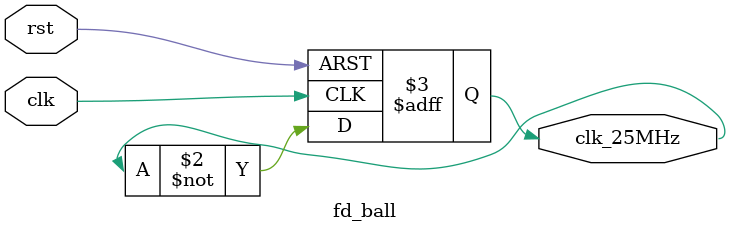
<source format=v>
module fd_ball(
    input      clk,  // 50MHz input clk
    input      rst,
    output reg clk_25MHz // 25MHz
);

always @(posedge clk or posedge rst) begin
    if (rst) begin
        clk_25MHz <= 0;
    end else begin
        clk_25MHz <= ~clk_25MHz;  // 在每個輸入時鐘的上升沿翻轉輸出時鐘的狀態
    end
end

endmodule

</source>
